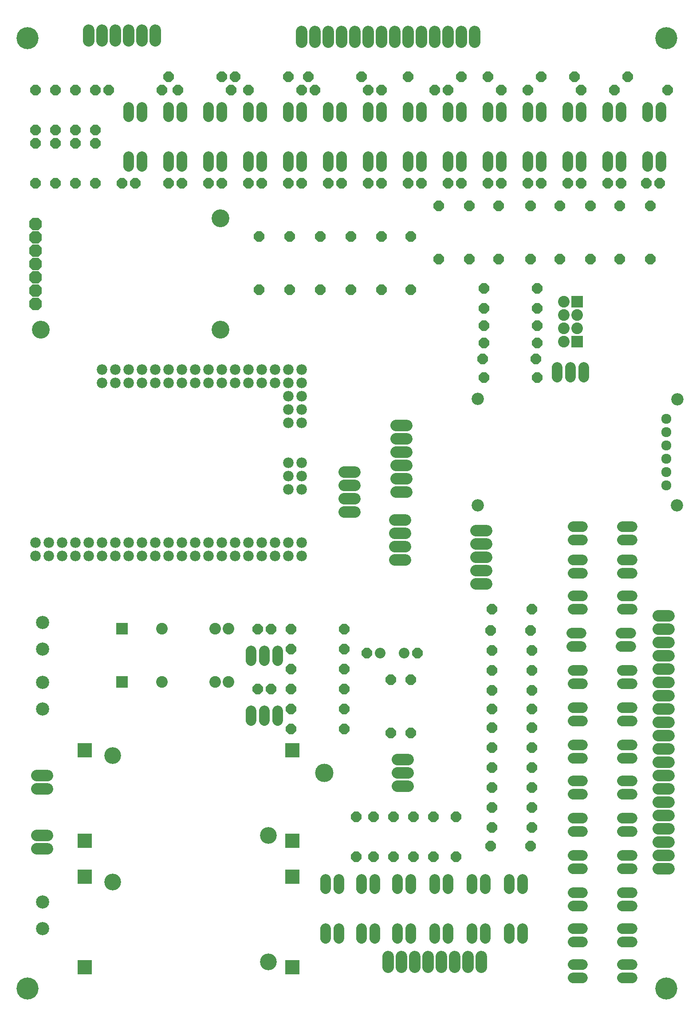
<source format=gbr>
G04 EAGLE Gerber RS-274X export*
G75*
%MOMM*%
%FSLAX34Y34*%
%LPD*%
%INSoldermask Top*%
%IPPOS*%
%AMOC8*
5,1,8,0,0,1.08239X$1,22.5*%
G01*
%ADD10P,2.199416X8X22.500000*%
%ADD11C,2.032000*%
%ADD12P,2.199416X8X202.500000*%
%ADD13C,2.235200*%
%ADD14C,3.505200*%
%ADD15C,2.219200*%
%ADD16R,2.219200X2.219200*%
%ADD17C,2.019200*%
%ADD18C,2.032000*%
%ADD19P,2.199416X8X292.500000*%
%ADD20P,2.199416X8X112.500000*%
%ADD21R,2.719200X2.719200*%
%ADD22C,3.203200*%
%ADD23C,3.403200*%
%ADD24P,2.618518X8X202.500000*%
%ADD25C,2.519200*%
%ADD26C,4.203200*%
%ADD27C,1.919200*%
%ADD28C,2.353200*%


D10*
X767080Y640080D03*
D11*
X741680Y640080D03*
D12*
X670560Y640080D03*
D11*
X695960Y640080D03*
D13*
X728980Y386080D02*
X749300Y386080D01*
X749300Y411480D02*
X728980Y411480D01*
X728980Y436880D02*
X749300Y436880D01*
D14*
X589280Y411480D03*
D13*
X596900Y1805940D02*
X596900Y1826260D01*
X571500Y1826260D02*
X571500Y1805940D01*
X546100Y1805940D02*
X546100Y1826260D01*
X622300Y1826260D02*
X622300Y1805940D01*
X647700Y1805940D02*
X647700Y1826260D01*
X673100Y1826260D02*
X673100Y1805940D01*
X698500Y1805940D02*
X698500Y1826260D01*
X723900Y1826260D02*
X723900Y1805940D01*
X749300Y1805940D02*
X749300Y1826260D01*
X774700Y1826260D02*
X774700Y1805940D01*
X800100Y1805940D02*
X800100Y1826260D01*
X825500Y1826260D02*
X825500Y1805940D01*
X850900Y1805940D02*
X850900Y1826260D01*
X876300Y1826260D02*
X876300Y1805940D01*
X878840Y772160D02*
X899160Y772160D01*
X899160Y797560D02*
X878840Y797560D01*
X878840Y822960D02*
X899160Y822960D01*
X899160Y848360D02*
X878840Y848360D01*
X878840Y873760D02*
X899160Y873760D01*
X647700Y909320D02*
X627380Y909320D01*
X627380Y934720D02*
X647700Y934720D01*
X647700Y960120D02*
X627380Y960120D01*
X627380Y985520D02*
X647700Y985520D01*
X723900Y817880D02*
X744220Y817880D01*
X744220Y843280D02*
X723900Y843280D01*
X723900Y868680D02*
X744220Y868680D01*
X744220Y894080D02*
X723900Y894080D01*
X726440Y1074420D02*
X746760Y1074420D01*
X746760Y1049020D02*
X726440Y1049020D01*
X726440Y1023620D02*
X746760Y1023620D01*
X746760Y998220D02*
X726440Y998220D01*
X726440Y972820D02*
X746760Y972820D01*
X746760Y947420D02*
X726440Y947420D01*
D15*
X406400Y585500D03*
X381000Y585500D03*
X279400Y585500D03*
D16*
X203200Y585500D03*
D15*
X406400Y687100D03*
X381000Y687100D03*
X279400Y687100D03*
D16*
X203200Y687100D03*
D12*
X487680Y571500D03*
X462280Y571500D03*
D10*
X1203960Y1536700D03*
X1229360Y1536700D03*
X1130300Y1536700D03*
X1155700Y1536700D03*
X1054100Y1536700D03*
X1079500Y1536700D03*
X977900Y1536700D03*
X1003300Y1536700D03*
X901700Y1536700D03*
X927100Y1536700D03*
X825500Y1536700D03*
X850900Y1536700D03*
X749300Y1536700D03*
X774700Y1536700D03*
D12*
X487680Y685800D03*
X462280Y685800D03*
D10*
X673100Y1536700D03*
X698500Y1536700D03*
X596900Y1536700D03*
X622300Y1536700D03*
X520700Y1536700D03*
X546100Y1536700D03*
X444500Y1536700D03*
X469900Y1536700D03*
X368300Y1536700D03*
X393700Y1536700D03*
X292100Y1536700D03*
X317500Y1536700D03*
X203200Y1536700D03*
X228600Y1536700D03*
D17*
X38100Y850900D03*
X38100Y825500D03*
X63500Y850900D03*
X63500Y825500D03*
X88900Y825500D03*
X88900Y850900D03*
X114300Y850900D03*
X114300Y825500D03*
X139700Y825500D03*
X139700Y850900D03*
X165100Y850900D03*
X165100Y825500D03*
X190500Y825500D03*
X215900Y825500D03*
X241300Y825500D03*
X266700Y825500D03*
X292100Y825500D03*
X317500Y825500D03*
X342900Y825500D03*
X368300Y825500D03*
X393700Y825500D03*
X419100Y825500D03*
X190500Y850900D03*
X215900Y850900D03*
X241300Y850900D03*
X266700Y850900D03*
X292100Y850900D03*
X317500Y850900D03*
X342900Y850900D03*
X368300Y850900D03*
X393700Y850900D03*
X419100Y850900D03*
X444500Y825500D03*
X469900Y825500D03*
X495300Y825500D03*
X520700Y825500D03*
X546100Y825500D03*
X546100Y850900D03*
X520700Y850900D03*
X495300Y850900D03*
X469900Y850900D03*
X444500Y850900D03*
X165100Y1155700D03*
X165100Y1181100D03*
X190500Y1181100D03*
X190500Y1155700D03*
X215900Y1155700D03*
X215900Y1181100D03*
X241300Y1181100D03*
X241300Y1155700D03*
X266700Y1181100D03*
X266700Y1155700D03*
X292100Y1181100D03*
X292100Y1155700D03*
X317500Y1181100D03*
X317500Y1155700D03*
X342900Y1181100D03*
X342900Y1155700D03*
X368300Y1181100D03*
X368300Y1155700D03*
X393700Y1181100D03*
X393700Y1155700D03*
X419100Y1181100D03*
X419100Y1155700D03*
X444500Y1181100D03*
X444500Y1155700D03*
X469900Y1181100D03*
X469900Y1155700D03*
X495300Y1181100D03*
X495300Y1155700D03*
X520700Y1181100D03*
X520700Y1155700D03*
X546100Y1181100D03*
X546100Y1155700D03*
X546100Y1130300D03*
X520700Y1130300D03*
X520700Y1104900D03*
X546100Y1104900D03*
X546100Y1079500D03*
X520700Y1079500D03*
X520700Y952500D03*
X546100Y952500D03*
X520700Y977900D03*
X520700Y1003300D03*
X546100Y1003300D03*
X546100Y977900D03*
D18*
X1063752Y182880D02*
X1082040Y182880D01*
X1082040Y157480D02*
X1063752Y157480D01*
X1158240Y157480D02*
X1176528Y157480D01*
X1176528Y182880D02*
X1158240Y182880D01*
X1082040Y254000D02*
X1063752Y254000D01*
X1063752Y228600D02*
X1082040Y228600D01*
X1158240Y228600D02*
X1176528Y228600D01*
X1176528Y254000D02*
X1158240Y254000D01*
X1082040Y325120D02*
X1063752Y325120D01*
X1063752Y299720D02*
X1082040Y299720D01*
X1158240Y299720D02*
X1176528Y299720D01*
X1176528Y325120D02*
X1158240Y325120D01*
X1082040Y396240D02*
X1063752Y396240D01*
X1063752Y370840D02*
X1082040Y370840D01*
X1158240Y370840D02*
X1176528Y370840D01*
X1176528Y396240D02*
X1158240Y396240D01*
X1082040Y464820D02*
X1063752Y464820D01*
X1063752Y439420D02*
X1082040Y439420D01*
X1158240Y439420D02*
X1176528Y439420D01*
X1176528Y464820D02*
X1158240Y464820D01*
X1082040Y535940D02*
X1063752Y535940D01*
X1063752Y510540D02*
X1082040Y510540D01*
X1158240Y510540D02*
X1176528Y510540D01*
X1176528Y535940D02*
X1158240Y535940D01*
X1082040Y607060D02*
X1063752Y607060D01*
X1063752Y581660D02*
X1082040Y581660D01*
X1158240Y581660D02*
X1176528Y581660D01*
X1176528Y607060D02*
X1158240Y607060D01*
X1079500Y678180D02*
X1061212Y678180D01*
X1061212Y652780D02*
X1079500Y652780D01*
X1155700Y652780D02*
X1173988Y652780D01*
X1173988Y678180D02*
X1155700Y678180D01*
X1082040Y749300D02*
X1063752Y749300D01*
X1063752Y723900D02*
X1082040Y723900D01*
X1158240Y723900D02*
X1176528Y723900D01*
X1176528Y749300D02*
X1158240Y749300D01*
X1082040Y817880D02*
X1063752Y817880D01*
X1063752Y792480D02*
X1082040Y792480D01*
X1158240Y792480D02*
X1176528Y792480D01*
X1176528Y817880D02*
X1158240Y817880D01*
X1082040Y881380D02*
X1063752Y881380D01*
X1063752Y855980D02*
X1082040Y855980D01*
X1158240Y855980D02*
X1176528Y855980D01*
X1176528Y881380D02*
X1158240Y881380D01*
X1082040Y45720D02*
X1063752Y45720D01*
X1063752Y20320D02*
X1082040Y20320D01*
X1158240Y20320D02*
X1176528Y20320D01*
X1176528Y45720D02*
X1158240Y45720D01*
X1082040Y114300D02*
X1063752Y114300D01*
X1063752Y88900D02*
X1082040Y88900D01*
X1158240Y88900D02*
X1176528Y88900D01*
X1176528Y114300D02*
X1158240Y114300D01*
X685800Y190500D02*
X685800Y208788D01*
X660400Y208788D02*
X660400Y190500D01*
X660400Y114300D02*
X660400Y96012D01*
X685800Y96012D02*
X685800Y114300D01*
X754380Y190500D02*
X754380Y208788D01*
X728980Y208788D02*
X728980Y190500D01*
X728980Y114300D02*
X728980Y96012D01*
X754380Y96012D02*
X754380Y114300D01*
X825500Y190500D02*
X825500Y208788D01*
X800100Y208788D02*
X800100Y190500D01*
X800100Y114300D02*
X800100Y96012D01*
X825500Y96012D02*
X825500Y114300D01*
X896620Y190500D02*
X896620Y208788D01*
X871220Y208788D02*
X871220Y190500D01*
X871220Y114300D02*
X871220Y96012D01*
X896620Y96012D02*
X896620Y114300D01*
X967740Y190500D02*
X967740Y208788D01*
X942340Y208788D02*
X942340Y190500D01*
X942340Y114300D02*
X942340Y96012D01*
X967740Y96012D02*
X967740Y114300D01*
X617220Y190500D02*
X617220Y208788D01*
X591820Y208788D02*
X591820Y190500D01*
X591820Y114300D02*
X591820Y96012D01*
X617220Y96012D02*
X617220Y114300D01*
X1206500Y1569212D02*
X1206500Y1587500D01*
X1231900Y1587500D02*
X1231900Y1569212D01*
X1231900Y1663700D02*
X1231900Y1681988D01*
X1206500Y1681988D02*
X1206500Y1663700D01*
X1130300Y1587500D02*
X1130300Y1569212D01*
X1155700Y1569212D02*
X1155700Y1587500D01*
X1155700Y1663700D02*
X1155700Y1681988D01*
X1130300Y1681988D02*
X1130300Y1663700D01*
X1054100Y1587500D02*
X1054100Y1569212D01*
X1079500Y1569212D02*
X1079500Y1587500D01*
X1079500Y1663700D02*
X1079500Y1681988D01*
X1054100Y1681988D02*
X1054100Y1663700D01*
X977900Y1587500D02*
X977900Y1569212D01*
X1003300Y1569212D02*
X1003300Y1587500D01*
X1003300Y1663700D02*
X1003300Y1681988D01*
X977900Y1681988D02*
X977900Y1663700D01*
X901700Y1587500D02*
X901700Y1569212D01*
X927100Y1569212D02*
X927100Y1587500D01*
X927100Y1663700D02*
X927100Y1681988D01*
X901700Y1681988D02*
X901700Y1663700D01*
X825500Y1587500D02*
X825500Y1569212D01*
X850900Y1569212D02*
X850900Y1587500D01*
X850900Y1663700D02*
X850900Y1681988D01*
X825500Y1681988D02*
X825500Y1663700D01*
X749300Y1587500D02*
X749300Y1569212D01*
X774700Y1569212D02*
X774700Y1587500D01*
X774700Y1663700D02*
X774700Y1681988D01*
X749300Y1681988D02*
X749300Y1663700D01*
X673100Y1587500D02*
X673100Y1569212D01*
X698500Y1569212D02*
X698500Y1587500D01*
X698500Y1663700D02*
X698500Y1681988D01*
X673100Y1681988D02*
X673100Y1663700D01*
X596900Y1587500D02*
X596900Y1569212D01*
X622300Y1569212D02*
X622300Y1587500D01*
X622300Y1663700D02*
X622300Y1681988D01*
X596900Y1681988D02*
X596900Y1663700D01*
X520700Y1587500D02*
X520700Y1569212D01*
X546100Y1569212D02*
X546100Y1587500D01*
X546100Y1663700D02*
X546100Y1681988D01*
X520700Y1681988D02*
X520700Y1663700D01*
X444500Y1587500D02*
X444500Y1569212D01*
X469900Y1569212D02*
X469900Y1587500D01*
X469900Y1663700D02*
X469900Y1681988D01*
X444500Y1681988D02*
X444500Y1663700D01*
X368300Y1587500D02*
X368300Y1569212D01*
X393700Y1569212D02*
X393700Y1587500D01*
X393700Y1663700D02*
X393700Y1681988D01*
X368300Y1681988D02*
X368300Y1663700D01*
X292100Y1587500D02*
X292100Y1569212D01*
X317500Y1569212D02*
X317500Y1587500D01*
X317500Y1663700D02*
X317500Y1681988D01*
X292100Y1681988D02*
X292100Y1663700D01*
X215900Y1587500D02*
X215900Y1569212D01*
X241300Y1569212D02*
X241300Y1587500D01*
X241300Y1663700D02*
X241300Y1681988D01*
X215900Y1681988D02*
X215900Y1663700D01*
D19*
X754380Y589280D03*
X754380Y487680D03*
D20*
X152400Y1536700D03*
X152400Y1612900D03*
X114300Y1638300D03*
X114300Y1714500D03*
X114300Y1536700D03*
X114300Y1612900D03*
X76200Y1638300D03*
X76200Y1714500D03*
X76200Y1536700D03*
X76200Y1612900D03*
X38100Y1638300D03*
X38100Y1714500D03*
X38100Y1536700D03*
X38100Y1612900D03*
D12*
X627380Y495300D03*
X525780Y495300D03*
D10*
X525780Y533400D03*
X627380Y533400D03*
X525780Y571500D03*
X627380Y571500D03*
D20*
X716280Y487680D03*
X716280Y589280D03*
D12*
X627380Y609600D03*
X525780Y609600D03*
D10*
X525780Y647700D03*
X627380Y647700D03*
X525780Y685800D03*
X627380Y685800D03*
D12*
X1244600Y1714500D03*
X1143000Y1714500D03*
X995680Y1264920D03*
X894080Y1264920D03*
D10*
X894080Y1231900D03*
X995680Y1231900D03*
D12*
X995680Y1297940D03*
X894080Y1297940D03*
D10*
X909320Y345440D03*
X985520Y345440D03*
X909320Y307340D03*
X985520Y307340D03*
X909320Y383540D03*
X985520Y383540D03*
X909320Y421640D03*
X985520Y421640D03*
X909320Y459740D03*
X985520Y459740D03*
X909320Y497840D03*
X985520Y497840D03*
X909320Y533400D03*
X985520Y533400D03*
X894080Y1336040D03*
X995680Y1336040D03*
X909320Y568960D03*
X985520Y568960D03*
X909320Y607060D03*
X985520Y607060D03*
X909320Y645160D03*
X985520Y645160D03*
X906780Y683260D03*
X982980Y683260D03*
X909320Y723900D03*
X985520Y723900D03*
X906780Y271780D03*
X982980Y271780D03*
D19*
X683260Y327660D03*
X683260Y251460D03*
X650240Y327660D03*
X650240Y251460D03*
X721360Y327660D03*
X721360Y251460D03*
X759460Y327660D03*
X759460Y251460D03*
D12*
X995680Y1165860D03*
X894080Y1165860D03*
D19*
X797560Y327660D03*
X797560Y251460D03*
X840740Y327660D03*
X840740Y251460D03*
D20*
X1211580Y1391920D03*
X1211580Y1493520D03*
D12*
X1168400Y1739900D03*
X1066800Y1739900D03*
D20*
X1153160Y1391920D03*
X1153160Y1493520D03*
D12*
X1079500Y1714500D03*
X977900Y1714500D03*
D20*
X1097280Y1391920D03*
X1097280Y1493520D03*
D12*
X1003300Y1739900D03*
X901700Y1739900D03*
D20*
X1038860Y1391920D03*
X1038860Y1493520D03*
D12*
X927100Y1714500D03*
X825500Y1714500D03*
D10*
X891540Y1201420D03*
X993140Y1201420D03*
D20*
X982980Y1391920D03*
X982980Y1493520D03*
D12*
X850900Y1739900D03*
X749300Y1739900D03*
D20*
X922020Y1391920D03*
X922020Y1493520D03*
D12*
X800100Y1714500D03*
X698500Y1714500D03*
D20*
X866140Y1391920D03*
X866140Y1493520D03*
D10*
X571500Y1714500D03*
X673100Y1714500D03*
D20*
X807720Y1391920D03*
X807720Y1493520D03*
D10*
X558800Y1739900D03*
X660400Y1739900D03*
D20*
X754380Y1333500D03*
X754380Y1435100D03*
D10*
X444500Y1714500D03*
X546100Y1714500D03*
D20*
X152400Y1638300D03*
X152400Y1714500D03*
X698500Y1333500D03*
X698500Y1435100D03*
D10*
X419100Y1739900D03*
X520700Y1739900D03*
D20*
X640080Y1333500D03*
X640080Y1435100D03*
D10*
X309880Y1714500D03*
X411480Y1714500D03*
D20*
X581660Y1333500D03*
X581660Y1435100D03*
D10*
X292100Y1739900D03*
X393700Y1739900D03*
D20*
X523240Y1333500D03*
X523240Y1435100D03*
D10*
X177800Y1714500D03*
X279400Y1714500D03*
D20*
X464820Y1333500D03*
X464820Y1435100D03*
D18*
X1033780Y1185164D02*
X1033780Y1166876D01*
X1084580Y1166876D02*
X1084580Y1185164D01*
X1059180Y1185164D02*
X1059180Y1166876D01*
X449580Y529844D02*
X449580Y511556D01*
X500380Y511556D02*
X500380Y529844D01*
X474980Y529844D02*
X474980Y511556D01*
X449580Y625856D02*
X449580Y644144D01*
X500380Y644144D02*
X500380Y625856D01*
X474980Y625856D02*
X474980Y644144D01*
D21*
X132080Y213360D03*
X132080Y40640D03*
X528320Y40640D03*
X528320Y213360D03*
D22*
X185420Y203200D03*
X482600Y50800D03*
D16*
X1071880Y1310640D03*
D15*
X1071880Y1285240D03*
X1071880Y1259840D03*
X1046480Y1259840D03*
X1046480Y1285240D03*
X1046480Y1310640D03*
X1046480Y1234440D03*
D16*
X1071880Y1234440D03*
D21*
X132080Y454660D03*
X132080Y281940D03*
X528320Y281940D03*
X528320Y454660D03*
D22*
X185420Y444500D03*
X482600Y292100D03*
D23*
X390400Y1257300D03*
X390400Y1469900D03*
D24*
X38100Y1306200D03*
X38100Y1331600D03*
X38100Y1357000D03*
X38100Y1382400D03*
X38100Y1407800D03*
X38100Y1433200D03*
X38100Y1458600D03*
D23*
X47500Y1257300D03*
D25*
X51050Y165311D03*
X51050Y114511D03*
X51050Y584411D03*
X51050Y533611D03*
X51050Y698711D03*
X51050Y647911D03*
D13*
X1226820Y279400D02*
X1247140Y279400D01*
X1247140Y254000D02*
X1226820Y254000D01*
X1226820Y228600D02*
X1247140Y228600D01*
X1247140Y304800D02*
X1226820Y304800D01*
X1226820Y330200D02*
X1247140Y330200D01*
X1247140Y355600D02*
X1226820Y355600D01*
X1226820Y381000D02*
X1247140Y381000D01*
X1247140Y406400D02*
X1226820Y406400D01*
X1226820Y431800D02*
X1247140Y431800D01*
X1247140Y457200D02*
X1226820Y457200D01*
X1226820Y482600D02*
X1247140Y482600D01*
X1247140Y508000D02*
X1226820Y508000D01*
X1226820Y533400D02*
X1247140Y533400D01*
X1247140Y558800D02*
X1226820Y558800D01*
X1226820Y584200D02*
X1247140Y584200D01*
X1247140Y609600D02*
X1226820Y609600D01*
X1226820Y635000D02*
X1247140Y635000D01*
X1247140Y660400D02*
X1226820Y660400D01*
X1226820Y685800D02*
X1247140Y685800D01*
X1247140Y711200D02*
X1226820Y711200D01*
X60960Y381000D02*
X40640Y381000D01*
X40640Y406400D02*
X60960Y406400D01*
X60960Y266700D02*
X40640Y266700D01*
X40640Y292100D02*
X60960Y292100D01*
X762000Y60960D02*
X762000Y40640D01*
X736600Y40640D02*
X736600Y60960D01*
X711200Y60960D02*
X711200Y40640D01*
X787400Y40640D02*
X787400Y60960D01*
X812800Y60960D02*
X812800Y40640D01*
X838200Y40640D02*
X838200Y60960D01*
X863600Y60960D02*
X863600Y40640D01*
X889000Y40640D02*
X889000Y60960D01*
X190500Y1808480D02*
X190500Y1828800D01*
X165100Y1828800D02*
X165100Y1808480D01*
X139700Y1808480D02*
X139700Y1828800D01*
X215900Y1828800D02*
X215900Y1808480D01*
X241300Y1808480D02*
X241300Y1828800D01*
X266700Y1828800D02*
X266700Y1808480D01*
D26*
X1242060Y1813560D03*
X22860Y0D03*
X1242060Y0D03*
X22860Y1813560D03*
D27*
X1242060Y960120D03*
X1242060Y985520D03*
X1242060Y1010920D03*
X1242060Y1036320D03*
X1242060Y1061720D03*
X1242060Y1087120D03*
D28*
X1262300Y922540D03*
X1262670Y1124550D03*
X881800Y922480D03*
X881800Y1125360D03*
M02*

</source>
